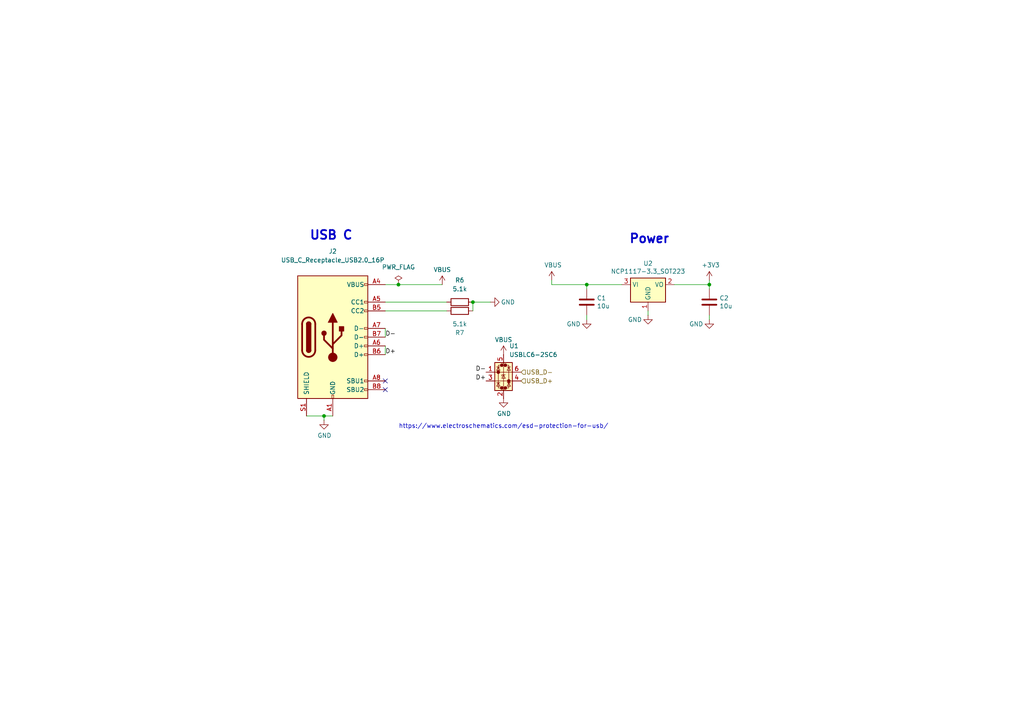
<source format=kicad_sch>
(kicad_sch (version 20231120) (generator "eeschema") (generator_version "8.0")
  (paper "A4")
  (lib_symbols
    (symbol "Connector:USB_C_Receptacle_USB2.0_16P" (pin_names (offset 1.016))
      (property "Reference" "J" (at 0 22.225 0))
      (property "Value" "USB_C_Receptacle_USB2.0_16P" (at 0 19.685 0))
      (symbol "USB_C_Receptacle_USB2.0_16P_0_0"
        (rectangle (start -0.254 -17.78) (end 0.254 -16.764))
        (rectangle (start 10.16 -14.986) (end 9.144 -15.494))
        (rectangle (start 10.16 -12.446) (end 9.144 -12.954))
        (rectangle (start 10.16 -4.826) (end 9.144 -5.334))
        (rectangle (start 10.16 -2.286) (end 9.144 -2.794))
        (rectangle (start 10.16 0.254) (end 9.144 -0.254))
        (rectangle (start 10.16 2.794) (end 9.144 2.286))
        (rectangle (start 10.16 7.874) (end 9.144 7.366))
        (rectangle (start 10.16 10.414) (end 9.144 9.906))
        (rectangle (start 10.16 15.494) (end 9.144 14.986))
      )
      (symbol "USB_C_Receptacle_USB2.0_16P_0_1"
        (rectangle (start -10.16 17.78) (end 10.16 -17.78) (stroke (width 0.254)) (fill (type background)))
        (arc (start -8.89 -3.81) (mid -6.985 -5.7067) (end -5.08 -3.81) (stroke (width 0.508)))
        (arc (start -7.62 -3.81) (mid -6.985 -4.4423) (end -6.35 -3.81) (stroke (width 0.254)))
        (arc (start -7.62 -3.81) (mid -6.985 -4.4423) (end -6.35 -3.81) (stroke (width 0.254)) (fill (type outline)))
        (rectangle (start -7.62 -3.81) (end -6.35 3.81) (stroke (width 0.254)) (fill (type outline)))
        (arc (start -6.35 3.81) (mid -6.985 4.4423) (end -7.62 3.81) (stroke (width 0.254)))
        (arc (start -6.35 3.81) (mid -6.985 4.4423) (end -7.62 3.81) (stroke (width 0.254)) (fill (type outline)))
        (arc (start -5.08 3.81) (mid -6.985 5.7067) (end -8.89 3.81) (stroke (width 0.508)))
        (circle (center -2.54 1.143) (radius 0.635) (stroke (width 0.254)) (fill (type outline)))
        (circle (center 0 -5.842) (radius 1.27) (fill (type outline)))
        (polyline (pts (xy -8.89 -3.81) (xy -8.89 3.81)) (stroke (width 0.508)))
        (polyline (pts (xy -5.08 3.81) (xy -5.08 -3.81)) (stroke (width 0.508)))
        (polyline (pts (xy 0 -5.842) (xy 0 4.318)) (stroke (width 0.508)))
        (polyline (pts (xy 0 -3.302) (xy -2.54 -0.762) (xy -2.54 0.508)) (stroke (width 0.508)))
        (polyline (pts (xy 0 -2.032) (xy 2.54 0.508) (xy 2.54 1.778)) (stroke (width 0.508)))
        (polyline (pts (xy -1.27 4.318) (xy 0 6.858) (xy 1.27 4.318) (xy -1.27 4.318)) (stroke (width 0.254)) (fill (type outline)))
        (rectangle (start 1.905 1.778) (end 3.175 3.048) (stroke (width 0.254)) (fill (type outline)))
      )
      (symbol "USB_C_Receptacle_USB2.0_16P_1_1"
        (pin passive line (at 0 -22.86 90) (length 5.08) (name "GND") (number "A1"))
        (pin passive line (at 0 -22.86 90) (length 5.08) hide (name "GND") (number "A12"))
        (pin passive line (at 15.24 15.24 180) (length 5.08) (name "VBUS") (number "A4"))
        (pin bidirectional line (at 15.24 10.16 180) (length 5.08) (name "CC1") (number "A5"))
        (pin bidirectional line (at 15.24 -2.54 180) (length 5.08) (name "D+") (number "A6"))
        (pin bidirectional line (at 15.24 2.54 180) (length 5.08) (name "D-") (number "A7"))
        (pin bidirectional line (at 15.24 -12.7 180) (length 5.08) (name "SBU1") (number "A8"))
        (pin passive line (at 15.24 15.24 180) (length 5.08) hide (name "VBUS") (number "A9"))
        (pin passive line (at 0 -22.86 90) (length 5.08) hide (name "GND") (number "B1"))
        (pin passive line (at 0 -22.86 90) (length 5.08) hide (name "GND") (number "B12"))
        (pin passive line (at 15.24 15.24 180) (length 5.08) hide (name "VBUS") (number "B4"))
        (pin bidirectional line (at 15.24 7.62 180) (length 5.08) (name "CC2") (number "B5"))
        (pin bidirectional line (at 15.24 -5.08 180) (length 5.08) (name "D+") (number "B6"))
        (pin bidirectional line (at 15.24 0 180) (length 5.08) (name "D-") (number "B7"))
        (pin bidirectional line (at 15.24 -15.24 180) (length 5.08) (name "SBU2") (number "B8"))
        (pin passive line (at 15.24 15.24 180) (length 5.08) hide (name "VBUS") (number "B9"))
        (pin passive line (at -7.62 -22.86 90) (length 5.08) (name "SHIELD") (number "S1"))
      )
    )
    (symbol "Device:C" (pin_numbers hide) (pin_names (offset 0.254))
      (property "Reference" "C" (at 0.635 2.54 0))
      (property "Value" "C" (at 0.635 -2.54 0))
      (symbol "C_0_1"
        (polyline (pts (xy -2.032 -0.762) (xy 2.032 -0.762)) (stroke (width 0.508)))
        (polyline (pts (xy -2.032 0.762) (xy 2.032 0.762)) (stroke (width 0.508)))
      )
      (symbol "C_1_1"
        (pin passive line (at 0 3.81 270) (length 2.794) (name "~") (number "1"))
        (pin passive line (at 0 -3.81 90) (length 2.794) (name "~") (number "2"))
      )
    )
    (symbol "Device:R" (pin_numbers hide) (pin_names (offset 0))
      (property "Reference" "R" (at 2.032 0 90))
      (property "Value" "R" (at 0 0 90))
      (symbol "R_0_1"
        (rectangle (start -1.016 -2.54) (end 1.016 2.54) (stroke (width 0.254)))
      )
      (symbol "R_1_1"
        (pin passive line (at 0 3.81 270) (length 1.27) (name "~") (number "1"))
        (pin passive line (at 0 -3.81 90) (length 1.27) (name "~") (number "2"))
      )
    )
    (symbol "PCM_4ms_Power-symbol:PWR_FLAG" (power) (pin_numbers hide) (pin_names (offset 0) hide)
      (property "Value" "PWR_FLAG" (at 0 3.81 0))
      (symbol "PWR_FLAG_0_0"
        (pin power_out line (at 0 0 90) (length 0) (name "pwr") (number "1"))
      )
      (symbol "PWR_FLAG_0_1"
        (polyline (pts (xy 0 0) (xy 0 1.27) (xy -1.016 1.905) (xy 0 2.54) (xy 1.016 1.905) (xy 0 1.27)))
      )
    )
    (symbol "Power_Protection:USBLC6-2SC6" (pin_names hide)
      (property "Reference" "U" (at 0.635 5.715 0))
      (property "Value" "USBLC6-2SC6" (at 0.635 3.81 0))
      (symbol "USBLC6-2SC6_0_0"
        (circle (center -1.524 0) (radius 0.0001) (stroke (width 0.508)))
        (circle (center -0.508 -4.572) (radius 0.0001) (stroke (width 0.508)))
        (circle (center -0.508 2.032) (radius 0.0001) (stroke (width 0.508)))
        (circle (center 0.508 -4.572) (radius 0.0001) (stroke (width 0.508)))
        (circle (center 0.508 2.032) (radius 0.0001) (stroke (width 0.508)))
        (circle (center 1.524 -2.54) (radius 0.0001) (stroke (width 0.508)))
      )
      (symbol "USBLC6-2SC6_0_1"
        (polyline (pts (xy -2.54 -2.54) (xy 2.54 -2.54)))
        (polyline (pts (xy -2.54 0) (xy 2.54 0)))
        (polyline (pts (xy -2.032 -3.048) (xy -1.016 -3.048)))
        (polyline (pts (xy -1.016 1.524) (xy -2.032 1.524)))
        (polyline (pts (xy 1.016 -3.048) (xy 2.032 -3.048)))
        (polyline (pts (xy 1.016 1.524) (xy 2.032 1.524)))
        (polyline (pts (xy -0.508 -1.143) (xy -0.508 -0.762) (xy 0.508 -0.762)))
        (polyline (pts (xy -2.032 0.508) (xy -1.016 0.508) (xy -1.524 1.524) (xy -2.032 0.508)))
        (polyline (pts (xy -1.016 -4.064) (xy -2.032 -4.064) (xy -1.524 -3.048) (xy -1.016 -4.064)))
        (polyline (pts (xy 0.508 -1.778) (xy -0.508 -1.778) (xy 0 -0.762) (xy 0.508 -1.778)))
        (polyline (pts (xy 2.032 -4.064) (xy 1.016 -4.064) (xy 1.524 -3.048) (xy 2.032 -4.064)))
        (polyline (pts (xy 2.032 0.508) (xy 1.016 0.508) (xy 1.524 1.524) (xy 2.032 0.508)))
        (polyline (pts (xy 0 2.54) (xy -0.508 2.032) (xy 0.508 2.032) (xy 0 1.524) (xy 0 -4.064) (xy -0.508 -4.572) (xy 0.508 -4.572) (xy 0 -5.08)))
      )
      (symbol "USBLC6-2SC6_1_1"
        (rectangle (start -2.54 2.794) (end 2.54 -5.334) (stroke (width 0.254)) (fill (type background)))
        (polyline (pts (xy -0.508 2.032) (xy -1.524 2.032) (xy -1.524 -4.572) (xy -0.508 -4.572)))
        (polyline (pts (xy 0.508 -4.572) (xy 1.524 -4.572) (xy 1.524 2.032) (xy 0.508 2.032)))
        (pin passive line (at -5.08 0 0) (length 2.54) (name "I/O1") (number "1"))
        (pin passive line (at 0 -7.62 90) (length 2.54) (name "GND") (number "2"))
        (pin passive line (at -5.08 -2.54 0) (length 2.54) (name "I/O2") (number "3"))
        (pin passive line (at 5.08 -2.54 180) (length 2.54) (name "I/O2") (number "4"))
        (pin passive line (at 0 5.08 270) (length 2.54) (name "VBUS") (number "5"))
        (pin passive line (at 5.08 0 180) (length 2.54) (name "I/O1") (number "6"))
      )
    )
    (symbol "Regulator_Linear:NCP1117-3.3_SOT223"
      (property "Reference" "U" (at -3.81 3.175 0))
      (property "Value" "NCP1117-3.3_SOT223" (at 0 3.175 0))
      (symbol "NCP1117-3.3_SOT223_0_1"
        (rectangle (start -5.08 -5.08) (end 5.08 1.905) (stroke (width 0.254)) (fill (type background)))
      )
      (symbol "NCP1117-3.3_SOT223_1_1"
        (pin power_in line (at 0 -7.62 90) (length 2.54) (name "GND") (number "1"))
        (pin power_out line (at 7.62 0 180) (length 2.54) (name "VO") (number "2"))
        (pin power_in line (at -7.62 0 0) (length 2.54) (name "VI") (number "3"))
      )
    )
    (symbol "power:+3V3" (power) (pin_numbers hide) (pin_names (offset 0) hide)
      (property "Value" "+3V3" (at 0 3.556 0))
      (symbol "+3V3_0_1"
        (polyline (pts (xy -0.762 1.27) (xy 0 2.54)))
        (polyline (pts (xy 0 0) (xy 0 2.54)))
        (polyline (pts (xy 0 2.54) (xy 0.762 1.27)))
      )
      (symbol "+3V3_1_1"
        (pin power_in line (at 0 0 90) (length 0) (name "~") (number "1"))
      )
    )
    (symbol "power:GND" (power) (pin_numbers hide) (pin_names (offset 0) hide)
      (property "Value" "GND" (at 0 -3.81 0))
      (symbol "GND_0_1"
        (polyline (pts (xy 0 0) (xy 0 -1.27) (xy 1.27 -1.27) (xy 0 -2.54) (xy -1.27 -1.27) (xy 0 -1.27)))
      )
      (symbol "GND_1_1"
        (pin power_in line (at 0 0 270) (length 0) (name "~") (number "1"))
      )
    )
    (symbol "power:VBUS" (power) (pin_numbers hide) (pin_names (offset 0) hide)
      (property "Value" "VBUS" (at 0 3.556 0))
      (symbol "VBUS_0_1"
        (polyline (pts (xy -0.762 1.27) (xy 0 2.54)))
        (polyline (pts (xy 0 0) (xy 0 2.54)))
        (polyline (pts (xy 0 2.54) (xy 0.762 1.27)))
      )
      (symbol "VBUS_1_1"
        (pin power_in line (at 0 0 90) (length 0) (name "~") (number "1"))
      )
    )
  )
  (junction (at 115.57 82.55))
  (junction (at 137.16 87.63))
  (junction (at 93.98 120.65))
  (junction (at 170.18 82.55))
  (junction (at 205.74 82.55))
  (no_connect (at 111.76 113.03))
  (no_connect (at 111.76 110.49))
  (wire (pts (xy 115.57 82.55) (xy 111.76 82.55)))
  (wire (pts (xy 160.02 81.28) (xy 160.02 82.55)))
  (wire (pts (xy 137.16 87.63) (xy 137.16 90.17)))
  (wire (pts (xy 170.18 91.44) (xy 170.18 92.71)))
  (wire (pts (xy 96.52 120.65) (xy 93.98 120.65)))
  (wire (pts (xy 111.76 100.33) (xy 111.76 102.87)))
  (wire (pts (xy 111.76 87.63) (xy 129.54 87.63)))
  (wire (pts (xy 111.76 95.25) (xy 111.76 97.79)))
  (wire (pts (xy 187.96 90.17) (xy 187.96 91.44)))
  (wire (pts (xy 137.16 87.63) (xy 142.24 87.63)))
  (wire (pts (xy 180.34 82.55) (xy 170.18 82.55)))
  (wire (pts (xy 88.9 120.65) (xy 93.98 120.65)))
  (wire (pts (xy 205.74 91.44) (xy 205.74 92.71)))
  (wire (pts (xy 160.02 82.55) (xy 170.18 82.55)))
  (wire (pts (xy 170.18 83.82) (xy 170.18 82.55)))
  (wire (pts (xy 93.98 120.65) (xy 93.98 121.92)))
  (wire (pts (xy 195.58 82.55) (xy 205.74 82.55)))
  (wire (pts (xy 205.74 82.55) (xy 205.74 81.28)))
  (wire (pts (xy 205.74 83.82) (xy 205.74 82.55)))
  (wire (pts (xy 111.76 90.17) (xy 129.54 90.17)))
  (wire (pts (xy 115.57 82.55) (xy 128.27 82.55)))
  (text "USB C" (at 89.662 69.85 0) (effects (font (size 2.54 2.54) (thickness 0.508) (bold yes)) (justify left bottom)))
  (text "https://www.electroschematics.com/esd-protection-for-usb/" (at 146.05 123.698 0) (effects (font (size 1.27 1.27))))
  (text "Power" (at 182.372 70.866 0) (effects (font (size 2.54 2.54) (thickness 0.508) (bold yes)) (justify left bottom)))
  (label "D+" (at 140.97 110.49 180))
  (label "D+" (at 111.76 102.87 0))
  (label "D-" (at 111.76 97.79 0))
  (label "D-" (at 140.97 107.95 180))
  (hierarchical_label "USB_D-" (shape input) (at 151.13 107.95 0))
  (hierarchical_label "USB_D+" (shape input) (at 151.13 110.49 0))
  (symbol (lib_id "power:+3V3") (at 205.74 81.28 0) (unit 1)
    (property "Reference" "#PWR025" (effects (hide yes)))
    (property "Value" "+3V3" (at 206.121 76.8858 0))
    (property "Description" "Power symbol creates a global label with name \"+3V3\"" (effects (hide yes)))
  )
  (symbol (lib_id "Device:R") (at 133.35 87.63 90) (unit 1)
    (property "Reference" "R6" (at 133.35 81.28 90))
    (property "Value" "5.1k" (at 133.35 83.82 90))
    (property "Footprint" "Resistor_SMD:R_0402_1005Metric" (effects (hide yes)))
    (property "Description" "Resistor" (effects (hide yes)))
  )
  (symbol (lib_id "PCM_4ms_Power-symbol:PWR_FLAG") (at 115.57 82.55 0) (unit 1)
    (property "Reference" "#FLG01" (effects (hide yes)))
    (property "Value" "PWR_FLAG" (at 115.57 77.47 0))
  )
  (symbol (lib_id "power:VBUS") (at 146.05 102.87 0) (unit 1)
    (property "Reference" "#PWR09" (effects (hide yes)))
    (property "Value" "VBUS" (at 146.05 98.552 0))
    (property "Description" "Power symbol creates a global label with name \"VBUS\"" (effects (hide yes)))
  )
  (symbol (lib_id "Regulator_Linear:NCP1117-3.3_SOT223") (at 187.96 82.55 0) (unit 1)
    (property "Reference" "U2" (at 187.96 76.4032 0))
    (property "Value" "NCP1117-3.3_SOT223" (at 187.96 78.7146 0))
    (property "Footprint" "Package_TO_SOT_SMD:SOT-223-3_TabPin2" (effects (hide yes)))
    (property "Datasheet" "http://www.onsemi.com/pub_link/Collateral/NCP1117-D.PDF" (effects (hide yes)))
  )
  (symbol (lib_id "Connector:USB_C_Receptacle_USB2.0_16P") (at 96.52 97.79 0) (unit 1)
    (property "Reference" "J2" (at 96.52 72.898 0))
    (property "Value" "USB_C_Receptacle_USB2.0_16P" (at 96.52 75.438 0))
    (property "Footprint" "Connector_USB:USB_C_Receptacle_HRO_TYPE-C-31-M-12" (effects (hide yes)))
    (property "Datasheet" "https://www.usb.org/sites/default/files/documents/usb_type-c.zip" (effects (hide yes)))
    (property "Description" "USB 2.0-only 16P Type-C Receptacle connector" (effects (hide yes)))
  )
  (symbol (lib_id "Device:C") (at 205.74 87.63 0) (unit 1)
    (property "Reference" "C2" (at 208.661 86.4616 0) (effects (justify left)))
    (property "Value" "10u" (at 208.661 88.773 0) (effects (justify left)))
    (property "Footprint" "Capacitor_SMD:C_0805_2012Metric" (effects (hide yes)))
  )
  (symbol (lib_id "Power_Protection:USBLC6-2SC6") (at 146.05 107.95 0) (unit 1)
    (property "Reference" "U1" (at 147.7011 100.33 0) (effects (justify left)))
    (property "Value" "USBLC6-2SC6" (at 147.7011 102.87 0) (effects (justify left)))
    (property "Footprint" "Package_TO_SOT_SMD:SOT-23-6" (effects (hide yes)))
    (property "Datasheet" "https://www.st.com/resource/en/datasheet/usblc6-2.pdf" (effects (hide yes)))
    (property "Description" "Very low capacitance ESD protection diode, 2 data-line, SOT-23-6" (effects (hide yes)))
  )
  (symbol (lib_id "power:GND") (at 170.18 92.71 0) (unit 1)
    (property "Reference" "#PWR023" (effects (hide yes)))
    (property "Value" "GND" (at 166.37 93.98 0))
    (property "Description" "Power symbol creates a global label with name \"GND\" , ground" (effects (hide yes)))
  )
  (symbol (lib_id "power:GND") (at 142.24 87.63 90) (unit 1)
    (property "Reference" "#PWR06" (effects (hide yes)))
    (property "Value" "GND" (at 147.32 87.63 90))
    (property "Description" "Power symbol creates a global label with name \"GND\" , ground" (effects (hide yes)))
  )
  (symbol (lib_id "power:VBUS") (at 160.02 81.28 0) (unit 1)
    (property "Reference" "#PWR011" (effects (hide yes)))
    (property "Value" "VBUS" (at 160.401 76.8858 0))
    (property "Description" "Power symbol creates a global label with name \"VBUS\"" (effects (hide yes)))
  )
  (symbol (lib_id "power:VBUS") (at 128.27 82.55 0) (unit 1)
    (property "Reference" "#PWR05" (effects (hide yes)))
    (property "Value" "VBUS" (at 128.27 78.232 0))
    (property "Description" "Power symbol creates a global label with name \"VBUS\"" (effects (hide yes)))
  )
  (symbol (lib_id "Device:C") (at 170.18 87.63 0) (unit 1)
    (property "Reference" "C1" (at 173.101 86.4616 0) (effects (justify left)))
    (property "Value" "10u" (at 173.101 88.773 0) (effects (justify left)))
    (property "Footprint" "Capacitor_SMD:C_0805_2012Metric" (effects (hide yes)))
  )
  (symbol (lib_id "power:GND") (at 187.96 91.44 0) (unit 1)
    (property "Reference" "#PWR024" (effects (hide yes)))
    (property "Value" "GND" (at 184.15 92.71 0))
    (property "Description" "Power symbol creates a global label with name \"GND\" , ground" (effects (hide yes)))
  )
  (symbol (lib_id "power:GND") (at 205.74 92.71 0) (unit 1)
    (property "Reference" "#PWR028" (effects (hide yes)))
    (property "Value" "GND" (at 201.93 93.98 0))
    (property "Description" "Power symbol creates a global label with name \"GND\" , ground" (effects (hide yes)))
  )
  (symbol (lib_id "Device:R") (at 133.35 90.17 90) (mirror x) (unit 1)
    (property "Reference" "R7" (at 133.35 96.52 90))
    (property "Value" "5.1k" (at 133.35 93.98 90))
    (property "Footprint" "Resistor_SMD:R_0402_1005Metric" (effects (hide yes)))
    (property "Description" "Resistor" (effects (hide yes)))
  )
  (symbol (lib_id "power:GND") (at 146.05 115.57 0) (unit 1)
    (property "Reference" "#PWR010" (effects (hide yes)))
    (property "Value" "GND" (at 146.177 119.9642 0))
    (property "Description" "Power symbol creates a global label with name \"GND\" , ground" (effects (hide yes)))
  )
  (symbol (lib_id "power:GND") (at 93.98 121.92 0) (unit 1)
    (property "Reference" "#PWR02" (effects (hide yes)))
    (property "Value" "GND" (at 94.107 126.3142 0))
    (property "Description" "Power symbol creates a global label with name \"GND\" , ground" (effects (hide yes)))
  )
)
</source>
